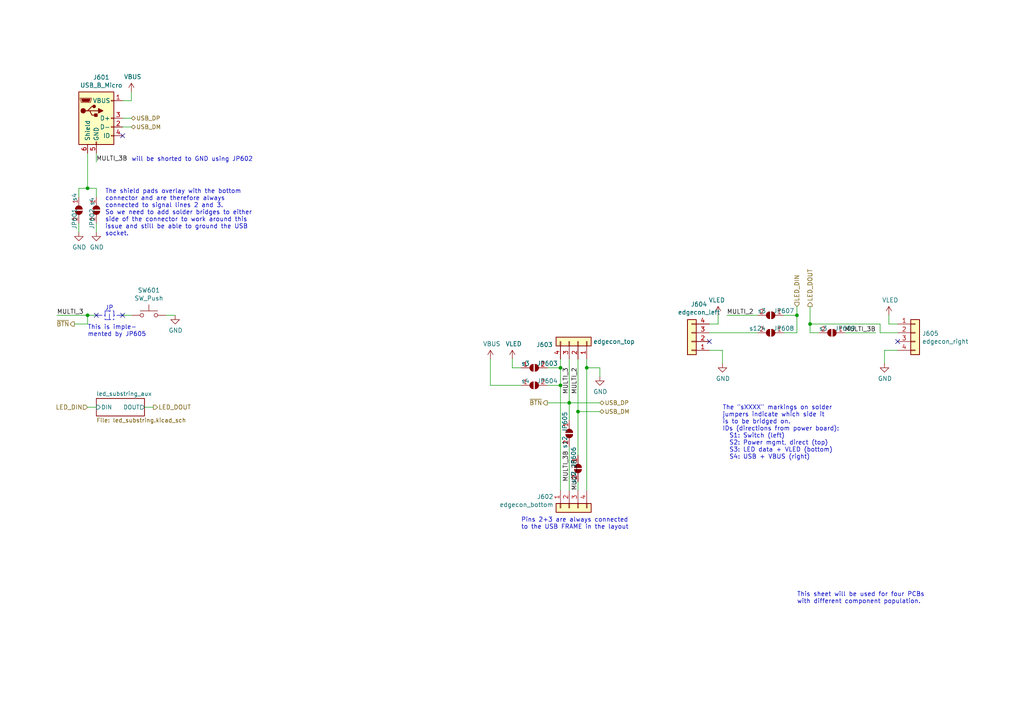
<source format=kicad_sch>
(kicad_sch (version 20211123) (generator eeschema)
  (paper "A4")
  (title_block (title "Leddie") (date "2021-03-06") (rev "01") (company "Markus Koch - notsyncing.net") (comment 1 "Licensed under CC BY-SA 3.0") (comment 2 "https://l.notsyncing.net/leddie") (comment 4 "LED + Routing"))
  (lib_symbols
    (symbol "Connector:USB_B_Micro" (pin_names (offset 1.016))
      (property "Reference" "J" (at -5.08 11.43 0))
      (property "Value" "USB_B_Micro" (at -5.08 8.89 0))
      (symbol "USB_B_Micro_0_1"
        (rectangle (start -5.08 -7.62) (end 5.08 7.62) (stroke (width 0.254)) (fill (type background)))
        (circle (center -3.81 2.159) (radius 0.635) (stroke (width 0.254)) (fill (type outline)))
        (circle (center -0.635 3.429) (radius 0.381) (stroke (width 0.254)) (fill (type outline)))
        (rectangle (start -0.127 -7.62) (end 0.127 -6.858))
        (polyline (pts (xy -1.905 2.159) (xy 0.635 2.159)) (stroke (width 0.254)))
        (polyline (pts (xy -3.175 2.159) (xy -2.54 2.159) (xy -1.27 3.429) (xy -0.635 3.429)) (stroke (width 0.254)))
        (polyline (pts (xy -2.54 2.159) (xy -1.905 2.159) (xy -1.27 0.889) (xy 0 0.889)) (stroke (width 0.254)))
        (polyline (pts (xy 0.635 2.794) (xy 0.635 1.524) (xy 1.905 2.159) (xy 0.635 2.794)) (stroke (width 0.254)) (fill (type outline)))
        (polyline (pts (xy -4.318 5.588) (xy -1.778 5.588) (xy -2.032 4.826) (xy -4.064 4.826) (xy -4.318 5.588)) (fill (type outline)))
        (polyline (pts (xy -4.699 5.842) (xy -4.699 5.588) (xy -4.445 4.826) (xy -4.445 4.572) (xy -1.651 4.572) (xy -1.651 4.826) (xy -1.397 5.588) (xy -1.397 5.842) (xy -4.699 5.842)))
        (rectangle (start 0.254 1.27) (end -0.508 0.508) (stroke (width 0.254)) (fill (type outline)))
        (rectangle (start 5.08 -5.207) (end 4.318 -4.953))
        (rectangle (start 5.08 -2.667) (end 4.318 -2.413))
        (rectangle (start 5.08 -0.127) (end 4.318 0.127))
        (rectangle (start 5.08 4.953) (end 4.318 5.207))
      )
      (symbol "USB_B_Micro_1_1"
        (pin power_out line (at 7.62 5.08 180) (length 2.54) (name "VBUS") (number "1"))
        (pin bidirectional line (at 7.62 -2.54 180) (length 2.54) (name "D-") (number "2"))
        (pin bidirectional line (at 7.62 0 180) (length 2.54) (name "D+") (number "3"))
        (pin passive line (at 7.62 -5.08 180) (length 2.54) (name "ID") (number "4"))
        (pin power_out line (at 0 -10.16 90) (length 2.54) (name "GND") (number "5"))
        (pin passive line (at -2.54 -10.16 90) (length 2.54) (name "Shield") (number "6"))
      )
    )
    (symbol "Connector_Generic:Conn_01x04" (pin_names (offset 1.016) hide)
      (property "Reference" "J" (at 0 5.08 0))
      (property "Value" "Conn_01x04" (at 0 -7.62 0))
      (symbol "Conn_01x04_1_1"
        (rectangle (start -1.27 -4.953) (end 0 -5.207) (stroke (width 0.1524)))
        (rectangle (start -1.27 -2.413) (end 0 -2.667) (stroke (width 0.1524)))
        (rectangle (start -1.27 0.127) (end 0 -0.127) (stroke (width 0.1524)))
        (rectangle (start -1.27 2.667) (end 0 2.413) (stroke (width 0.1524)))
        (rectangle (start -1.27 3.81) (end 1.27 -6.35) (stroke (width 0.254)) (fill (type background)))
        (pin passive line (at -5.08 2.54 0) (length 3.81) (name "Pin_1") (number "1"))
        (pin passive line (at -5.08 0 0) (length 3.81) (name "Pin_2") (number "2"))
        (pin passive line (at -5.08 -2.54 0) (length 3.81) (name "Pin_3") (number "3"))
        (pin passive line (at -5.08 -5.08 0) (length 3.81) (name "Pin_4") (number "4"))
      )
    )
    (symbol "Jumper:SolderJumper_2_Open" (pin_names (offset 0) hide)
      (property "Reference" "JP" (at 0 2.032 0))
      (property "Value" "SolderJumper_2_Open" (at 0 -2.54 0))
      (symbol "SolderJumper_2_Open_0_1"
        (arc (start -0.254 1.016) (mid -1.27 0) (end -0.254 -1.016))
        (arc (start -0.254 1.016) (mid -1.27 0) (end -0.254 -1.016) (fill (type outline)))
        (polyline (pts (xy -0.254 1.016) (xy -0.254 -1.016)))
        (polyline (pts (xy 0.254 1.016) (xy 0.254 -1.016)))
        (arc (start 0.254 -1.016) (mid 1.27 0) (end 0.254 1.016))
        (arc (start 0.254 -1.016) (mid 1.27 0) (end 0.254 1.016) (fill (type outline)))
      )
      (symbol "SolderJumper_2_Open_1_1"
        (pin passive line (at -3.81 0 0) (length 2.54) (name "A") (number "1"))
        (pin passive line (at 3.81 0 180) (length 2.54) (name "B") (number "2"))
      )
    )
    (symbol "Switch:SW_Push" (pin_numbers hide) (pin_names (offset 1.016) hide)
      (property "Reference" "SW" (at 1.27 2.54 0))
      (property "Value" "SW_Push" (at 0 -1.524 0))
      (symbol "SW_Push_0_1"
        (circle (center -2.032 0) (radius 0.508))
        (polyline (pts (xy 0 1.27) (xy 0 3.048)))
        (polyline (pts (xy 2.54 1.27) (xy -2.54 1.27)))
        (circle (center 2.032 0) (radius 0.508))
        (pin passive line (at -5.08 0 0) (length 2.54) (name "1") (number "1"))
        (pin passive line (at 5.08 0 180) (length 2.54) (name "2") (number "2"))
      )
    )
    (symbol "leddie_parts:VLED" (power) (pin_names (offset 0))
      (property "Value" "VLED" (at 0 3.81 0))
      (symbol "VLED_0_1"
        (polyline (pts (xy -0.762 1.27) (xy 0 2.54)))
        (polyline (pts (xy 0 0) (xy 0 2.54)))
        (polyline (pts (xy 0 2.54) (xy 0.762 1.27)))
      )
      (symbol "VLED_1_1"
        (pin power_in line (at 0 0 90) (length 0) hide (name "VLED") (number "1"))
      )
    )
    (symbol "power:GND" (power) (pin_names (offset 0))
      (property "Value" "GND" (at 0 -3.81 0))
      (symbol "GND_0_1"
        (polyline (pts (xy 0 0) (xy 0 -1.27) (xy 1.27 -1.27) (xy 0 -2.54) (xy -1.27 -1.27) (xy 0 -1.27)))
      )
      (symbol "GND_1_1"
        (pin power_in line (at 0 0 270) (length 0) hide (name "GND") (number "1"))
      )
    )
    (symbol "power:VBUS" (power) (pin_names (offset 0))
      (property "Value" "VBUS" (at 0 3.81 0))
      (symbol "VBUS_0_1"
        (polyline (pts (xy -0.762 1.27) (xy 0 2.54)))
        (polyline (pts (xy 0 0) (xy 0 2.54)))
        (polyline (pts (xy 0 2.54) (xy 0.762 1.27)))
      )
      (symbol "VBUS_1_1"
        (pin power_in line (at 0 0 90) (length 0) hide (name "VBUS") (number "1"))
      )
    )
  )
  (junction (at 162.56 111.76))
  (junction (at 167.64 119.38))
  (junction (at 170.18 106.68))
  (junction (at 25.4 91.44))
  (junction (at 165.1 116.84))
  (junction (at 234.95 93.98))
  (junction (at 25.4 54.61))
  (junction (at 162.56 106.68))
  (junction (at 231.14 91.44))
  (no_connect (at 260.35 99.06))
  (no_connect (at 205.74 99.06))
  (no_connect (at 35.56 39.37))
  (no_connect (at 35.56 91.44))
  (no_connect (at 27.94 91.44))
  (wire (pts (xy 41.91 118.11) (xy 44.45 118.11)))
  (polyline (pts (xy 27.94 91.44) (xy 30.48 91.44)))
  (wire (pts (xy 50.8 91.44) (xy 48.26 91.44)))
  (wire (pts (xy 210.82 91.44) (xy 219.71 91.44)))
  (polyline (pts (xy 31.75 92.71) (xy 31.75 90.17)))
  (wire (pts (xy 208.28 91.44) (xy 208.28 93.98)))
  (wire (pts (xy 25.4 44.45) (xy 25.4 54.61)))
  (wire (pts (xy 35.56 36.83) (xy 38.1 36.83)))
  (polyline (pts (xy 30.48 92.71) (xy 33.02 92.71)))
  (wire (pts (xy 167.64 104.14) (xy 167.64 119.38)))
  (wire (pts (xy 27.94 64.77) (xy 27.94 67.31)))
  (wire (pts (xy 165.1 104.14) (xy 165.1 116.84)))
  (wire (pts (xy 27.94 46.99) (xy 27.94 44.45)))
  (wire (pts (xy 170.18 106.68) (xy 170.18 142.24)))
  (wire (pts (xy 234.95 88.9) (xy 234.95 93.98)))
  (wire (pts (xy 237.49 96.52) (xy 234.95 96.52)))
  (wire (pts (xy 256.54 101.6) (xy 256.54 105.41)))
  (wire (pts (xy 25.4 93.98) (xy 25.4 91.44)))
  (wire (pts (xy 25.4 93.98) (xy 21.59 93.98)))
  (polyline (pts (xy 35.56 91.44) (xy 33.02 91.44)))
  (wire (pts (xy 260.35 96.52) (xy 255.27 96.52)))
  (wire (pts (xy 170.18 104.14) (xy 170.18 106.68)))
  (wire (pts (xy 255.27 93.98) (xy 234.95 93.98)))
  (wire (pts (xy 205.74 101.6) (xy 209.55 101.6)))
  (wire (pts (xy 22.86 57.15) (xy 22.86 54.61)))
  (wire (pts (xy 162.56 111.76) (xy 162.56 142.24)))
  (wire (pts (xy 151.13 111.76) (xy 142.24 111.76)))
  (polyline (pts (xy 30.48 90.17) (xy 30.48 92.71)))
  (wire (pts (xy 167.64 119.38) (xy 167.64 132.08)))
  (wire (pts (xy 227.33 91.44) (xy 231.14 91.44)))
  (wire (pts (xy 35.56 29.21) (xy 38.1 29.21)))
  (wire (pts (xy 25.4 91.44) (xy 27.94 91.44)))
  (wire (pts (xy 234.95 96.52) (xy 234.95 93.98)))
  (wire (pts (xy 27.94 54.61) (xy 27.94 57.15)))
  (wire (pts (xy 167.64 139.7) (xy 167.64 142.24)))
  (wire (pts (xy 158.75 106.68) (xy 162.56 106.68)))
  (wire (pts (xy 173.99 116.84) (xy 165.1 116.84)))
  (wire (pts (xy 158.75 111.76) (xy 162.56 111.76)))
  (wire (pts (xy 142.24 111.76) (xy 142.24 104.14)))
  (wire (pts (xy 165.1 121.92) (xy 165.1 116.84)))
  (wire (pts (xy 38.1 34.29) (xy 35.56 34.29)))
  (wire (pts (xy 22.86 54.61) (xy 25.4 54.61)))
  (wire (pts (xy 173.99 106.68) (xy 173.99 109.22)))
  (wire (pts (xy 35.56 91.44) (xy 38.1 91.44)))
  (wire (pts (xy 254 96.52) (xy 245.11 96.52)))
  (wire (pts (xy 16.51 91.44) (xy 25.4 91.44)))
  (wire (pts (xy 260.35 101.6) (xy 256.54 101.6)))
  (wire (pts (xy 231.14 91.44) (xy 231.14 96.52)))
  (wire (pts (xy 170.18 106.68) (xy 173.99 106.68)))
  (wire (pts (xy 255.27 96.52) (xy 255.27 93.98)))
  (polyline (pts (xy 30.48 90.17) (xy 33.02 90.17)))
  (wire (pts (xy 227.33 96.52) (xy 231.14 96.52)))
  (wire (pts (xy 205.74 96.52) (xy 219.71 96.52)))
  (wire (pts (xy 22.86 64.77) (xy 22.86 67.31)))
  (wire (pts (xy 208.28 93.98) (xy 205.74 93.98)))
  (wire (pts (xy 25.4 54.61) (xy 27.94 54.61)))
  (wire (pts (xy 257.81 93.98) (xy 260.35 93.98)))
  (wire (pts (xy 165.1 142.24) (xy 165.1 129.54)))
  (wire (pts (xy 38.1 29.21) (xy 38.1 26.67)))
  (wire (pts (xy 162.56 104.14) (xy 162.56 106.68)))
  (wire (pts (xy 231.14 88.9) (xy 231.14 91.44)))
  (wire (pts (xy 209.55 101.6) (xy 209.55 105.41)))
  (wire (pts (xy 158.75 116.84) (xy 165.1 116.84)))
  (polyline (pts (xy 33.02 90.17) (xy 33.02 92.71)))
  (wire (pts (xy 151.13 106.68) (xy 148.59 106.68)))
  (wire (pts (xy 27.94 118.11) (xy 25.4 118.11)))
  (wire (pts (xy 173.99 119.38) (xy 167.64 119.38)))
  (wire (pts (xy 257.81 91.44) (xy 257.81 93.98)))
  (wire (pts (xy 162.56 106.68) (xy 162.56 111.76)))
  (wire (pts (xy 148.59 106.68) (xy 148.59 104.14)))
  (text "The shield pads overlay with the bottom\nconnector and are therefore always\nconnected to signal lines 2 and 3.\nSo we need to add solder bridges to either\nside of the connector to work around this\nissue and still be able to ground the USB\nsocket." (at 30.48 68.58 0) (effects (font (size 1.27 1.27)) (justify left bottom)))
  (text "The \"sXXXX\" markings on solder\njumpers indicate which side it\nis to be bridged on.\nIDs (directions from power board):\n  S1: Switch (left)\n  S2: Power mgmt, direct (top)\n  S3: LED data + VLED (bottom)\n  S4: USB + VBUS (right)" (at 209.55 133.35 0) (effects (font (size 1.27 1.27)) (justify left bottom)))
  (text "This is imple-\nmented by JP605" (at 25.4 97.79 0) (effects (font (size 1.27 1.27)) (justify left bottom)))
  (text "Pins 2+3 are always connected\nto the USB FRAME in the layout" (at 151.13 153.67 0) (effects (font (size 1.27 1.27)) (justify left bottom)))
  (text "will be shorted to GND using JP602" (at 38.1 46.99 0) (effects (font (size 1.27 1.27)) (justify left bottom)))
  (text "JP" (at 30.48 90.17 0) (effects (font (size 1.27 1.27)) (justify left bottom)))
  (text "This sheet will be used for four PCBs\nwith different component population." (at 231.14 175.26 0) (effects (font (size 1.27 1.27)) (justify left bottom)))
  (label "MULTI_2" (at 167.64 114.3 90))
  (label "MULTI_3" (at 16.51 91.44 0))
  (label "MULTI_3B" (at 165.1 139.7 90))
  (label "MULTI_2B" (at 167.64 142.24 90))
  (label "MULTI_2" (at 210.82 91.44 0))
  (label "MULTI_3" (at 165.1 114.3 90))
  (label "MULTI_3B" (at 254 96.52 180))
  (label "MULTI_3B" (at 27.94 46.99 0))
  (hierarchical_label "LED_DIN" (shape input) (at 25.4 118.11 180))
  (hierarchical_label "~{BTN}" (shape output) (at 158.75 116.84 180))
  (hierarchical_label "~{BTN}" (shape output) (at 21.59 93.98 180))
  (hierarchical_label "LED_DIN" (shape input) (at 231.14 88.9 90))
  (hierarchical_label "LED_DOUT" (shape output) (at 44.45 118.11 0))
  (hierarchical_label "USB_DP" (shape bidirectional) (at 173.99 116.84 0) (effects (font (size 1.1938 1.1938))))
  (hierarchical_label "USB_DP" (shape bidirectional) (at 38.1 34.29 0) (effects (font (size 1.1938 1.1938))))
  (hierarchical_label "USB_DM" (shape bidirectional) (at 38.1 36.83 0) (effects (font (size 1.1938 1.1938))))
  (hierarchical_label "LED_DOUT" (shape output) (at 234.95 88.9 90))
  (hierarchical_label "USB_DM" (shape bidirectional) (at 173.99 119.38 0) (effects (font (size 1.1938 1.1938))))
  (symbol (lib_id "Connector:USB_B_Micro") (at 27.94 34.29 0) (unit 1)
    (property "Reference" "J601" (at 29.3878 22.4282 0))
    (property "Value" "USB_B_Micro" (at 29.3878 24.7396 0))
    (property "Footprint" "Connector_USB:USB_Micro-B_Molex_47346-0001" (effects hide))
  )
  (symbol (lib_id "Jumper:SolderJumper_2_Open") (at 22.86 60.96 90) (mirror x) (unit 1)
    (property "Reference" "JP601" (at 21.59 63.5 0))
    (property "Value" "s4" (at 21.59 57.15 0))
    (property "Footprint" "Jumper:SolderJumper-2_P1.3mm_Open_TrianglePad1.0x1.5mm" (effects hide))
  )
  (symbol (lib_id "power:VBUS") (at 38.1 26.67 0) (unit 1)
    (property "Reference" "#PWR0604" (effects hide))
    (property "Value" "VBUS" (at 38.481 22.2758 0))
  )
  (symbol (lib_id "Switch:SW_Push") (at 43.18 91.44 0) (mirror y) (unit 1)
    (property "Reference" "SW601" (at 43.18 84.201 0))
    (property "Value" "SW_Push" (at 43.18 86.5124 0))
    (property "Footprint" "leddie_parts:KSS241G" (effects hide))
  )
  (symbol (lib_id "power:VBUS") (at 142.24 104.14 0) (unit 1)
    (property "Reference" "#PWR0605" (effects hide))
    (property "Value" "VBUS" (at 142.621 99.7458 0))
  )
  (symbol (lib_id "leddie_parts:VLED") (at 148.59 104.14 0) (unit 1)
    (property "Reference" "#PWR0606" (effects hide))
    (property "Value" "VLED" (at 148.971 99.7458 0))
  )
  (symbol (lib_id "Jumper:SolderJumper_2_Open") (at 154.94 106.68 0) (unit 1)
    (property "Reference" "JP603" (at 158.75 105.41 0))
    (property "Value" "s3" (at 152.4 105.41 0))
    (property "Footprint" "Jumper:SolderJumper-2_P1.3mm_Open_TrianglePad1.0x1.5mm" (effects hide))
  )
  (symbol (lib_id "leddie_parts:VLED") (at 208.28 91.44 0) (mirror y) (unit 1)
    (property "Reference" "#PWR0608" (effects hide))
    (property "Value" "VLED" (at 207.899 87.0458 0))
  )
  (symbol (lib_id "leddie_parts:VLED") (at 257.81 91.44 0) (unit 1)
    (property "Reference" "#PWR0611" (effects hide))
    (property "Value" "VLED" (at 258.191 87.0458 0))
  )
  (symbol (lib_id "power:GND") (at 173.99 109.22 0) (unit 1)
    (property "Reference" "#PWR0607" (effects hide))
    (property "Value" "GND" (at 174.117 113.6142 0))
  )
  (symbol (lib_id "Jumper:SolderJumper_2_Open") (at 154.94 111.76 0) (unit 1)
    (property "Reference" "JP604" (at 158.75 110.49 0))
    (property "Value" "s4" (at 152.4 110.49 0))
    (property "Footprint" "Jumper:SolderJumper-2_P1.3mm_Open_TrianglePad1.0x1.5mm" (effects hide))
  )
  (symbol (lib_id "Connector_Generic:Conn_01x04") (at 265.43 96.52 0) (unit 1)
    (property "Reference" "J605" (at 267.462 96.7232 0) (effects (justify left)))
    (property "Value" "edgecon_right" (at 267.462 99.0346 0) (effects (justify left)))
    (property "Footprint" "leddie_parts:leddie_edgecon" (effects hide))
  )
  (symbol (lib_id "Connector_Generic:Conn_01x04") (at 167.64 99.06 270) (mirror x) (unit 1)
    (property "Reference" "J603" (at 160.3248 99.9744 90) (effects (justify right)))
    (property "Value" "edgecon_top" (at 184.15 99.06 90) (effects (justify right)))
    (property "Footprint" "leddie_parts:leddie_edgecon" (effects hide))
  )
  (symbol (lib_id "Connector_Generic:Conn_01x04") (at 200.66 99.06 180) (unit 1)
    (property "Reference" "J604" (at 202.7428 88.265 0))
    (property "Value" "edgecon_left" (at 202.7428 90.5764 0))
    (property "Footprint" "leddie_parts:leddie_edgecon" (effects hide))
  )
  (symbol (lib_id "Connector_Generic:Conn_01x04") (at 165.1 147.32 90) (mirror x) (unit 1)
    (property "Reference" "J602" (at 160.528 144.0688 90) (effects (justify left)))
    (property "Value" "edgecon_bottom" (at 160.528 146.3802 90) (effects (justify left)))
    (property "Footprint" "leddie_parts:leddie_edgecon" (effects hide))
  )
  (symbol (lib_id "Jumper:SolderJumper_2_Open") (at 165.1 125.73 270) (unit 1)
    (property "Reference" "JP605" (at 163.83 119.38 0) (effects (justify left)))
    (property "Value" "s12" (at 163.83 128.27 0))
    (property "Footprint" "Jumper:SolderJumper-2_P1.3mm_Open_TrianglePad1.0x1.5mm" (effects hide))
  )
  (symbol (lib_id "Jumper:SolderJumper_2_Open") (at 223.52 91.44 180) (unit 1)
    (property "Reference" "JP607" (at 227.33 90.17 0))
    (property "Value" "s3" (at 220.98 90.17 0))
    (property "Footprint" "Jumper:SolderJumper-2_P1.3mm_Open_TrianglePad1.0x1.5mm" (effects hide))
  )
  (symbol (lib_id "Jumper:SolderJumper_2_Open") (at 223.52 96.52 180) (unit 1)
    (property "Reference" "JP608" (at 227.33 95.25 0))
    (property "Value" "s124" (at 219.71 95.25 0))
    (property "Footprint" "Jumper:SolderJumper-2_P1.3mm_Open_TrianglePad1.0x1.5mm" (effects hide))
  )
  (symbol (lib_id "Jumper:SolderJumper_2_Open") (at 241.3 96.52 180) (unit 1)
    (property "Reference" "JP609" (at 245.11 95.25 0))
    (property "Value" "s3" (at 238.76 95.25 0))
    (property "Footprint" "Jumper:SolderJumper-2_P1.3mm_Open_TrianglePad1.0x1.5mm" (effects hide))
  )
  (symbol (lib_id "power:GND") (at 209.55 105.41 0) (unit 1)
    (property "Reference" "#PWR0609" (effects hide))
    (property "Value" "GND" (at 209.677 109.8042 0))
  )
  (symbol (lib_id "power:GND") (at 256.54 105.41 0) (unit 1)
    (property "Reference" "#PWR0610" (effects hide))
    (property "Value" "GND" (at 256.667 109.8042 0))
  )
  (symbol (lib_id "Jumper:SolderJumper_2_Open") (at 167.64 135.89 270) (unit 1)
    (property "Reference" "JP606" (at 166.37 129.54 0) (effects (justify left)))
    (property "Value" "s12" (at 166.37 138.43 0))
    (property "Footprint" "Jumper:SolderJumper-2_P1.3mm_Open_TrianglePad1.0x1.5mm" (effects hide))
  )
  (symbol (lib_id "Jumper:SolderJumper_2_Open") (at 27.94 60.96 90) (mirror x) (unit 1)
    (property "Reference" "JP602" (at 26.67 63.5 0))
    (property "Value" "s4" (at 26.67 58.42 0))
    (property "Footprint" "Jumper:SolderJumper-2_P1.3mm_Open_TrianglePad1.0x1.5mm" (effects hide))
  )
  (symbol (lib_id "power:GND") (at 22.86 67.31 0) (unit 1)
    (property "Reference" "#PWR0601" (effects hide))
    (property "Value" "GND" (at 22.987 71.7042 0))
  )
  (symbol (lib_id "power:GND") (at 27.94 67.31 0) (unit 1)
    (property "Reference" "#PWR0603" (effects hide))
    (property "Value" "GND" (at 28.067 71.7042 0))
  )
  (symbol (lib_id "power:GND") (at 50.8 91.44 0) (unit 1)
    (property "Reference" "#PWR0101" (effects hide))
    (property "Value" "GND" (at 50.927 95.8342 0))
  )
  (sheet (at 27.94 115.57) (size 13.97 5.08)
    (property "Sheet name" "led_substring_aux" (at 27.94 114.8965 0) (effects (font (size 1.1938 1.1938)) (justify left bottom)))
    (property "Sheet file" "led_substring.kicad_sch" (at 27.94 121.2041 0) (effects (font (size 1.1938 1.1938)) (justify left top)))
    (pin "DOUT" output (at 41.91 118.11 0) (effects (font (size 1.1938 1.1938))))
    (pin "DIN" input (at 27.94 118.11 180) (effects (font (size 1.1938 1.1938))))
  )
)
</source>
